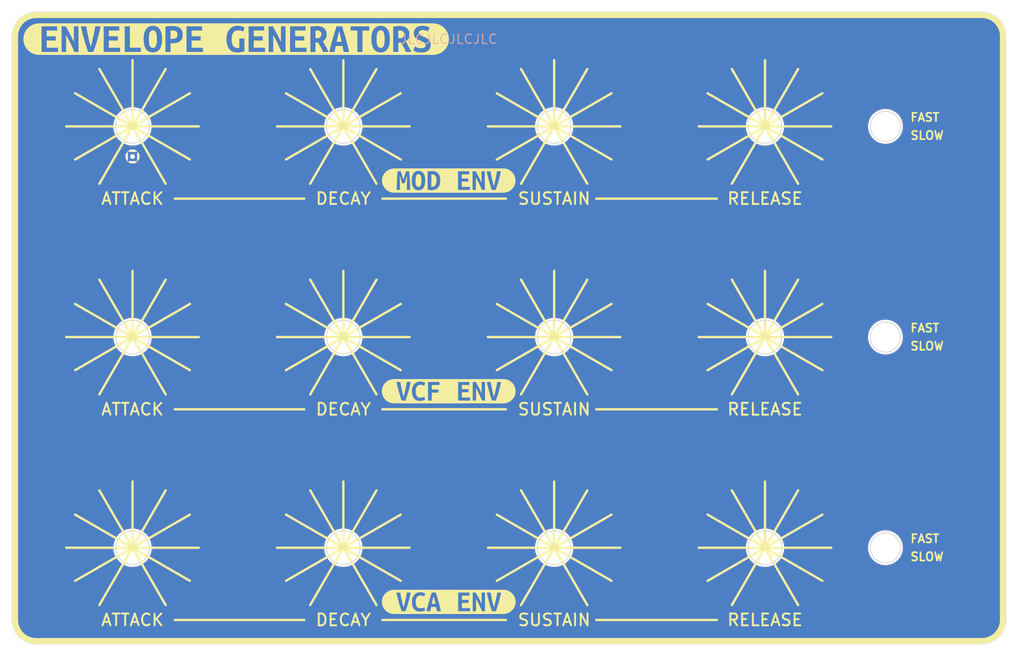
<source format=kicad_pcb>
(kicad_pcb (version 20211014) (generator pcbnew)
  (title_block (title "Josh Ox Ribbon Synth ADSR panel") (date "2022-07-13") (rev "0") (comment 2 "creativecommons.org.licences/by.4.0") (comment 3 "license: CC by 4.0") (comment 4 "Author: Jordan Aceto"))
  (layers (0 "F.Cu" signal) (31 "B.Cu" signal) (34 "B.Paste" user) (35 "F.Paste" user) (36 "B.SilkS" user "B.Silkscreen") (37 "F.SilkS" user "F.Silkscreen") (38 "B.Mask" user) (39 "F.Mask" user "footprints") (44 "Edge.Cuts" user))
  (net 0 "")
  (net 1 "GND")
  (footprint "TestPoint:TestPoint_Keystone_5000-5004_Miniature" (layer "F.Cu") (at 62.23 57.785)
    (fp_text reference "TP1" hide)
    (fp_text value "dummy")
    (fp_circle (center 0 0) (end 1.4 0) (layer "F.SilkS") (width 0.15) (fill none))
    (pad "1" thru_hole circle (at 0 0) (size 2 2) (drill 1) (layers *.Cu *.Mask) (net 1 "GND"))
  )
  (footprint "kibuzzard-62C2EB83" (layer "F.Cu") (at 84.08 33.02)
    (fp_text reference "kibuzzard-62C2EB83" hide)
    (fp_text value "G***" hide)
    (fp_poly (pts (xy 35.461972 -0.995363) (xy 35.396488 -1.366441) (xy 35.200035 -1.624013) (xy 34.896624 -1.774627) (xy 34.510266 -1.824831) (xy 34.361835 -1.820466) (xy 34.18721 -1.798638) (xy 34.18721 -0.174625) (xy 34.422954 -0.174625) (xy 34.896624 -0.228104) (xy 35.217497 -0.388541) (xy 35.461972 -0.995363)) (layer "F.SilkS") (width 0) (fill solid))
    (fp_poly (pts (xy 17.999472 -0.995363) (xy 17.933988 -1.366441) (xy 17.737535 -1.624013) (xy 17.434124 -1.774627) (xy 17.047766 -1.824831) (xy 16.899335 -1.820466) (xy 16.72471 -1.798638) (xy 16.72471 -0.174625) (xy 16.960454 -0.174625) (xy 17.434124 -0.228104) (xy 17.754997 -0.388541) (xy 17.999472 -0.995363)) (layer "F.SilkS") (width 0) (fill solid))
    (fp_poly (pts (xy 29.603304 0) (xy 29.610943 0.380901) (xy 29.633863 0.737791) (xy 29.756101 1.335881) (xy 30.013672 1.737519) (xy 30.458966 1.88595) (xy 30.899894 1.737519) (xy 31.161832 1.331516) (xy 31.284069 0.733425) (xy 31.306989 0.379809) (xy 31.314629 0) (xy 31.306989 -0.380901) (xy 31.284069 -0.737791) (xy 31.161832 -1.335881) (xy 30.90426 -1.737519) (xy 30.458966 -1.88595) (xy 30.013672 -1.737519) (xy 29.756101 -1.331516) (xy 29.633863 -0.733425) (xy 29.610943 -0.379809) (xy 29.603304 0)) (layer "F.SilkS") (width 0) (fill solid))
    (fp_poly (pts (xy -13.302059 -1.824831) (xy -13.568362 -1.820466) (xy -13.834665 -1.798638) (xy -13.834665 -0.052388) (xy -13.398103 -0.052388) (xy -12.94626 -0.103684) (xy -12.621021 -0.257572) (xy -12.424568 -0.53588) (xy -12.359084 -0.960438) (xy -12.423477 -1.363166) (xy -12.616656 -1.628378) (xy -12.916792 -1.775718) (xy -13.302059 -1.824831)) (layer "F.SilkS") (width 0) (fill solid))
    (fp_poly (pts (xy -41.023778 -3.332824) (xy -41.023778 -2.697956) (xy -37.749559 -2.697956) (xy -37.749559 -1.807369) (xy -39.949834 -1.807369) (xy -39.949834 -0.593725) (xy -38.03769 -0.593725) (xy -38.03769 0.296863) (xy -39.949834 0.296863) (xy -39.949834 1.8161) (xy -37.557471 1.8161) (xy -36.806584 2.706688) (xy -36.806584 -2.697956) (xy -35.94219 -2.697956) (xy -35.697715 -2.29741) (xy -35.45324 -1.864122) (xy -35.212039 -1.415554) (xy -34.977387 -0.969169) (xy -34.75474 -0.530423) (xy -34.549556 -0.104775) (xy -34.367291 0.288131) (xy -34.213403 0.62865) (xy -34.213403 -2.697956) (xy -33.244234 -2.697956) (xy -33.244234 2.706688) (xy -34.108628 2.706688) (xy -34.360379 2.107627) (xy -34.626682 1.509536) (xy -34.907537 0.912416) (xy -35.202944 0.315295) (xy -35.512904 -0.282795) (xy -35.837415 -0.881856) (xy -35.837415 2.706688) (xy -36.806584 2.706688) (xy -37.557471 1.8161) (xy -37.557471 2.706688) (xy -41.023778 2.706688) (xy -41.023778 -2.697956) (xy -41.023778 -3.332824) (xy -41.536408 -3.332824) (xy -42.18661 -3.268785) (xy -42.811824 -3.079128) (xy -43.388026 -2.771142) (xy -43.89307 -2.356662) (xy -44.30755 -1.851618) (xy -44.615536 -1.275417) (xy -44.805192 -0.650202) (xy -44.869232 0) (xy -44.805192 0.650202) (xy -44.615536 1.275417) (xy -44.30755 1.851618) (xy -43.89307 2.356662) (xy -43.388026 2.771142) (xy -31.218584 2.706688) (xy -31.434682 2.064941) (xy -31.663878 1.344613) (xy -31.81813 0.838685) (xy -31.966561 0.333728) (xy -32.109171 -0.170259) (xy -32.244021 -0.664545) (xy -32.369169 -1.140398) (xy -32.484615 -1.597819) (xy -32.628681 -2.209006) (xy -32.72909 -2.697956) (xy -31.594028 -2.697956) (xy -31.528543 -2.245023) (xy -31.436865 -1.724422) (xy -31.326633 -1.161256) (xy -31.205487 -0.580628) (xy -31.074518 0.004366) (xy -30.934818 0.580628) (xy -30.791844 1.123057) (xy -30.651053 1.60655) (xy -30.511353 1.129605) (xy -30.371653 0.589359) (xy -30.236318 0.013097) (xy -30.109715 -0.571897) (xy -29.991843 -1.153616) (xy -29.882703 -1.720056) (xy -29.786659 -2.243931) (xy -29.708078 -2.697956) (xy -28.581746 -2.697956) (xy -28.698527 -2.143522) (xy -28.839318 -1.527969) (xy -29.003029 -0.865485) (xy -29.188568 -0.170259) (xy -29.323903 0.307049) (xy -29.467968 0.790178) (xy -29.620765 1.279128) (xy -29.779868 1.765653) (xy -29.942851 2.241506) (xy -30.109715 2.706688) (xy -31.218584 2.706688) (xy -43.388026 2.771142) (xy -42.811824 3.079128) (xy -27.926903 2.706688) (xy -27.926903 -2.697956) (xy -24.652684 -2.697956) (xy -24.652684 -1.807369) (xy -26.852959 -1.807369) (xy -26.852959 -0.593725) (xy -24.940815 -0.593725) (xy -24.940815 0.296863) (xy -26.852959 0.296863) (xy -26.852959 1.8161) (xy -24.460596 1.8161) (xy -24.460596 2.706688) (xy -27.926903 2.706688) (xy -42.811824 3.079128) (xy -42.18661 3.268785) (xy -20.094971 2.706688) (xy -23.491428 2.706688) (xy -23.491428 -2.697956) (xy -22.408753 -2.697956) (xy -22.408753 1.8161) (xy -19.509978 0) (xy -19.477781 -0.655662) (xy -19.381192 -1.225649) (xy -19.220209 -1.709961) (xy -18.994834 -2.108597) (xy -18.606778 -2.503928) (xy -18.12947 -2.741127) (xy -17.562909 -2.820194) (xy -16.978885 -2.741127) (xy -16.495756 -2.503928) (xy -16.113521 -2.108597) (xy -15.895786 -1.709961) (xy -15.74026 -1.225649) (xy -15.646945 -0.655662) (xy -15.61584 0) (xy -15.647491 0.655662) (xy -15.742443 1.225649) (xy -15.900697 1.709961) (xy -16.122253 2.108597) (xy -16.506428 2.503928) (xy -16.983736 2.741127) (xy -17.554178 2.820194) (xy -18.138686 2.741127) (xy -18.623271 2.503928) (xy -19.007931 2.108597) (xy -19.227576 1.709961) (xy -19.384466 1.225649) (xy -19.4786 0.655662) (xy -19.509978 0) (xy -22.408753 1.8161) (xy -20.094971 1.8161) (xy -20.094971 2.706688) (xy -42.18661 3.268785) (xy -41.536408 3.332824) (xy -10.464403 2.706688) (xy -10.464403 -2.697956) (xy -7.190184 -2.697956) (xy -1.648023 -1.703685) (xy -1.36644 -2.104231) (xy -1.023739 -2.417465) (xy -0.624284 -2.641203) (xy -0.181173 -2.775446) (xy 0.292497 -2.820194) (xy 17.047766 -2.759075) (xy 17.488694 -2.732881) (xy 28.057872 -2.697956) (xy 28.057872 -1.807369) (xy 26.634679 -1.807369) (xy 28.511897 0) (xy 28.544094 -0.655662) (xy 28.640683 -1.225649) (xy 28.801666 -1.709961) (xy 29.027041 -2.108597) (xy 29.415097 -2.503928) (xy 29.892405 -2.741127) (xy 30.458966 -2.820194) (xy 31.04299 -2.741127) (xy 31.526119 -2.503928) (xy 33.113266 -2.619375) (xy 33.458151 -2.684859) (xy 33.83796 -2.728516) (xy 34.204672 -2.750344) (xy 34.510266 -2.759075) (xy 34.951194 -2.732881) (xy 35.348466 -2.6543) (xy 35.697716 -2.521148) (xy 35.994579 -2.331244) (xy 36.409313 -1.776809) (xy 36.517362 -1.411188) (xy 36.553379 -0.986631) (xy 36.505357 -0.536972) (xy 36.361291 -0.130969) (xy 36.105902 0.207367) (xy 35.72391 0.454025) (xy 36.038235 0.956072) (xy 36.361291 1.532334) (xy 36.662519 2.134791) (xy 36.91136 2.706688) (xy 35.785029 2.706688) (xy 35.567839 2.192635) (xy 35.317907 1.698228) (xy 35.041781 1.21037) (xy 34.74601 0.715963) (xy 34.18721 0.715963) (xy 34.18721 2.706688) (xy 33.113266 2.706688) (xy 33.113266 -2.619375) (xy 31.526119 -2.503928) (xy 31.908354 -2.108597) (xy 32.126089 -1.709961) (xy 32.281615 -1.225649) (xy 32.37493 -0.655662) (xy 32.406035 0) (xy 32.374384 0.655662) (xy 32.279432 1.225649) (xy 32.121178 1.709961) (xy 31.899622 2.108597) (xy 31.515447 2.503928) (xy 31.038139 2.741127) (xy 30.467697 2.820194) (xy 29.883189 2.741127) (xy 29.398604 2.503928) (xy 29.013944 2.108597) (xy 28.794299 1.709961) (xy 28.637409 1.225649) (xy 28.543275 0.655662) (xy 28.511897 0) (xy 26.634679 -1.807369) (xy 26.634679 2.706688) (xy 25.552004 2.706688) (xy 25.552004 -1.807369) (xy 24.12881 -1.807369) (xy 24.12881 -2.697956) (xy 28.057872 -2.697956) (xy 17.488694 -2.732881) (xy 17.885966 -2.6543) (xy 18.235216 -2.521148) (xy 18.532079 -2.331244) (xy 18.946813 -1.776809) (xy 19.054862 -1.411188) (xy 19.090879 -0.986631) (xy 19.042857 -0.536972) (xy 18.898791 -0.130969) (xy 18.643402 0.207367) (xy 18.26141 0.454025) (xy 18.575735 0.956072) (xy 18.898791 1.532334) (xy 19.200019 2.134791) (xy 19.44886 2.706688) (xy 18.322529 2.706688) (xy 18.105339 2.192635) (xy 17.855407 1.698228) (xy 17.579281 1.21037) (xy 17.28351 0.715963) (xy 16.72471 0.715963) (xy 16.72471 2.706688) (xy 15.650766 2.706688) (xy 15.650766 -2.619375) (xy 15.995651 -2.684859) (xy 16.37546 -2.728516) (xy 16.742172 -2.750344) (xy 17.047766 -2.759075) (xy 0.292497 -2.820194) (xy 0.855663 -2.772172) (xy 1.28786 -2.663031) (xy 1.589088 -2.532063) (xy 1.768079 -2.427288) (xy 1.488679 -1.571625) (xy 1.017191 -1.789906) (xy 0.440929 -1.88595) (xy -0.205184 -1.74625) (xy -0.637381 -1.357709) (xy -0.881856 -0.763984) (xy -0.937517 -0.400546) (xy -0.956071 0) (xy -0.922116 0.589359) (xy -0.820252 1.065213) (xy -0.650478 1.427559) (xy -0.272851 1.771352) (xy 0.248841 1.88595) (xy 0.458391 1.877219) (xy 0.667941 1.851025) (xy 0.667941 -0.122238) (xy 1.741885 -0.122238) (xy 1.741885 2.575719) (xy 2.632472 2.706688) (xy 2.632472 -2.697956) (xy 5.906691 -2.697956) (xy 5.906691 -1.807369) (xy 3.706416 -1.807369) (xy 3.706416 -0.593725) (xy 5.61856 -0.593725) (xy 5.61856 0.296863) (xy 3.706416 0.296863) (xy 3.706416 1.8161) (xy 6.098779 1.8161) (xy 6.098779 2.706688) (xy 2.632472 2.706688) (xy 1.741885 2.575719) (xy 1.143794 2.732881) (xy 0.695226 2.798366) (xy 0.161529 2.820194) (xy -0.319782 2.775446) (xy -0.750887 2.641203) (xy -1.127422 2.418556) (xy -1.445021 2.108597) (xy -1.70041 1.711325) (xy -1.890315 1.226741) (xy -2.008187 0.655935) (xy -2.047478 0) (xy -2.001639 -0.649387) (xy -1.864121 -1.218009) (xy -1.648023 -1.703685) (xy -7.190184 -2.697956) (xy -7.190184 -1.807369) (xy -9.390459 -1.807369) (xy -9.390459 -0.593725) (xy -7.478315 -0.593725) (xy -7.478315 0.296863) (xy -9.390459 0.296863) (xy -9.390459 1.8161) (xy -6.998096 1.8161) (xy -6.998096 2.706688) (xy -10.464403 2.706688) (xy -41.536408 3.332824) (xy -41.023778 3.332824) (xy 9.547622 2.706688) (xy 9.295871 2.107627) (xy 9.029568 1.509536) (xy 8.748713 0.912416) (xy 8.453306 0.315295) (xy 8.143346 -0.282795) (xy 7.818835 -0.881856) (xy 7.818835 2.706688) (xy 6.849666 2.706688) (xy 6.849666 -2.697956) (xy 7.71406 -2.697956) (xy 7.958535 -2.29741) (xy 8.20301 -1.864122) (xy 8.444211 -1.415554) (xy 8.678863 -0.969169) (xy 8.90151 -0.530423) (xy 9.106694 -0.104775) (xy 9.288959 0.288131) (xy 9.442847 0.62865) (xy 9.442847 -2.697956) (xy 10.412016 -2.697956) (xy 10.412016 2.706688) (xy 9.547622 2.706688) (xy -41.023778 3.332824) (xy 41.023779 3.332824) (xy 11.363722 2.706688) (xy 11.363722 -2.697956) (xy 14.637941 -2.697956) (xy 14.637941 -1.807369) (xy 12.437666 -1.807369) (xy 12.437666 -0.593725) (xy 14.34981 -0.593725) (xy 14.34981 0.296863) (xy 12.437666 0.296863) (xy 12.437666 1.8161) (xy 14.830029 1.8161) (xy 14.830029 2.706688) (xy 11.363722 2.706688) (xy 41.023779 3.332824) (xy 41.536409 3.332824) (xy 22.679422 2.706688) (xy 22.426216 1.458119) (xy 20.98556 1.458119) (xy 20.741085 2.706688) (xy 19.623485 2.706688) (xy 19.777504 2.078911) (xy 19.932222 1.473835) (xy 20.087638 0.891461) (xy 20.243753 0.331788) (xy 20.400566 -0.205184) (xy 20.595382 -0.853753) (xy 20.786924 -1.485404) (xy 20.975192 -2.100138) (xy 21.160185 -2.697956) (xy 22.330172 -2.697956) (xy 22.521987 -2.095227) (xy 22.713256 -1.47449) (xy 22.903979 -0.835744) (xy 23.094157 -0.178991) (xy 23.245207 0.362522) (xy 23.394512 0.921845) (xy 23.54207 1.498981) (xy 23.687882 2.093928) (xy 23.831947 2.706688) (xy 22.679422 2.706688) (xy 41.536409 3.332824) (xy 42.18661 3.268784) (xy 40.530463 2.405459) (xy 40.144833 2.635867) (xy 39.645696 2.774112) (xy 39.033054 2.820194) (xy 38.428415 2.784177) (xy 37.95911 2.676128) (xy 37.356654 2.409825) (xy 37.670979 1.5367) (xy 38.234144 1.798638) (xy 38.597583 1.890316) (xy 39.033054 1.920875) (xy 39.482713 1.864122) (xy 39.766479 1.706959) (xy 39.910544 1.479947) (xy 39.949835 1.222375) (xy 39.853791 0.925513) (xy 39.609316 0.694134) (xy 39.277529 0.510778) (xy 38.910816 0.357981) (xy 38.404404 0.157163) (xy 37.928551 -0.130969) (xy 37.574935 -0.563166) (xy 37.435235 -1.204913) (xy 37.558564 -1.881584) (xy 37.928551 -2.392363) (xy 38.298659 -2.630047) (xy 38.751228 -2.772657) (xy 39.28626 -2.820194) (xy 39.75229 -2.791817) (xy 40.155019 -2.706688) (xy 40.779304 -2.453481) (xy 40.464979 -1.624013) (xy 39.980394 -1.833563) (xy 39.364841 -1.920875) (xy 38.889473 -1.851995) (xy 38.604252 -1.645356) (xy 38.509179 -1.300956) (xy 38.596491 -1.025922) (xy 38.819138 -0.816372) (xy 39.124732 -0.654844) (xy 39.460885 -0.523875) (xy 39.989126 -0.309959) (xy 40.495538 0.004366) (xy 40.875347 0.493316) (xy 40.986671 0.824012) (xy 41.023779 1.231106) (xy 40.90045 1.904504) (xy 40.530463 2.405459) (xy 42.18661 3.268784) (xy 42.811825 3.079128) (xy 43.388026 2.771141) (xy 43.893071 2.356662) (xy 44.30755 1.851617) (xy 44.615536 1.275416) (xy 44.805193 0.650202) (xy 44.869232 0) (xy 44.805193 -0.650202) (xy 44.615536 -1.275416) (xy 44.30755 -1.851617) (xy 43.893071 -2.356662) (xy 43.388026 -2.771141) (xy 42.811825 -3.079128) (xy -13.424296 -2.759075) (xy -12.788855 -2.712023) (xy -12.256249 -2.570868) (xy -11.826478 -2.335609) (xy -11.511182 -1.993635) (xy -11.322005 -1.532334) (xy -11.258946 -0.951706) (xy -11.32249 -0.365257) (xy -11.513123 0.101865) (xy -11.830843 0.449659) (xy -12.26498 0.689769) (xy -12.804863 0.833834) (xy -13.45049 0.881856) (xy -13.834665 0.881856) (xy -13.834665 2.706688) (xy -14.908609 2.706688) (xy -14.908609 -2.628106) (xy -14.554993 -2.689225) (xy -14.157721 -2.728516) (xy -13.764815 -2.750344) (xy -13.424296 -2.759075) (xy 42.811825 -3.079128) (xy 42.18661 -3.268784) (xy 41.536409 -3.332824) (xy 41.023779 -3.332824) (xy -41.023778 -3.332824)) (layer "F.SilkS") (width 0) (fill solid))
    (fp_poly (pts (xy 21.718985 -1.650206) (xy 21.557457 -1.069578) (xy 21.417757 -0.528241) (xy 21.295519 0.008731) (xy 21.186379 0.567531) (xy 22.24286 0.567531) (xy 22.138085 0.008731) (xy 22.020213 -0.528241) (xy 21.880513 -1.069578) (xy 21.718985 -1.650206)) (layer "F.SilkS") (width 0) (fill solid))
    (fp_poly (pts (xy -18.418571 0) (xy -18.410932 0.380901) (xy -18.388012 0.737791) (xy -18.265774 1.335881) (xy -18.008203 1.737519) (xy -17.562909 1.88595) (xy -17.121981 1.737519) (xy -16.860043 1.331516) (xy -16.737806 0.733425) (xy -16.714886 0.379809) (xy -16.707246 0) (xy -16.714886 -0.380901) (xy -16.737806 -0.737791) (xy -16.860043 -1.335881) (xy -17.117615 -1.737519) (xy -17.562909 -1.88595) (xy -18.008203 -1.737519) (xy -18.265774 -1.331516) (xy -18.388012 -0.733425) (xy -18.410932 -0.379809) (xy -18.418571 0)) (layer "F.SilkS") (width 0) (fill solid))
  )
  (footprint "kibuzzard-62C2EACB" (layer "F.Cu") (at 128.905 62.865)
    (fp_text reference "kibuzzard-62C2EACB" hide)
    (fp_text value "G***" hide)
    (fp_poly (pts (xy -3.673475 1.3335) (xy -3.603625 1.33985) (xy -3.533775 1.33985) (xy -3.0861 1.23825) (xy -2.794 0.95885) (xy -2.63525 0.536575) (xy -2.599532 0.280194) (xy -2.587625 0) (xy -2.625725 -0.4953) (xy -2.759075 -0.92075) (xy -3.019425 -1.216025) (xy -3.444875 -1.32715) (xy -3.559175 -1.323975) (xy -3.673475 -1.3081) (xy -3.673475 1.3335)) (layer "F.SilkS") (width 0) (fill solid))
    (fp_poly (pts (xy -11.001375 -2.56368) (xy -10.125075 -1.96215) (xy -10.01395 -1.61925) (xy -9.871075 -1.1684) (xy -9.718675 -0.67945) (xy -9.572625 -0.22225) (xy -9.413875 -0.708025) (xy -9.255125 -1.190625) (xy -9.115425 -1.6256) (xy -9.001125 -1.96215) (xy -8.353425 -1.96215) (xy -8.309769 -1.45415) (xy -8.2677 -0.95885) (xy -8.2296 -0.472281) (xy -7.800975 0) (xy -7.77756 -0.476845) (xy -7.707313 -0.891381) (xy -7.590235 -1.243608) (xy -7.426325 -1.533525) (xy -7.144103 -1.821039) (xy -6.79697 -1.993547) (xy -6.384925 -2.05105) (xy -5.960181 -1.993547) (xy -5.608814 -1.821039) (xy -5.330825 -1.533525) (xy -5.172472 -1.243608) (xy -5.059363 -0.891381) (xy -4.454525 1.92405) (xy -4.454525 -1.91135) (xy -3.952875 -1.98755) (xy -3.514725 -2.0066) (xy -3.144044 -1.978025) (xy -2.8067 -1.8923) (xy -2.510632 -1.745456) (xy -2.263775 -1.533525) (xy -2.066132 -1.255713) (xy -1.9177 -0.911225) (xy -1.824832 -0.494506) (xy -1.793875 0) (xy -1.828007 0.505619) (xy -1.9304 0.930275) (xy -2.093119 1.278731) (xy -2.308225 1.55575) (xy -2.572544 1.764506) (xy -2.8829 1.908175) (xy -3.232944 1.991519) (xy -3.616325 2.0193) (xy -4.0259 1.997075) (xy -4.454525 1.92405) (xy -5.059363 -0.891381) (xy -4.991497 -0.476845) (xy -4.968875 0) (xy -4.991894 0.476845) (xy -5.06095 0.891381) (xy -5.176044 1.243608) (xy -5.337175 1.533525) (xy -5.616575 1.821039) (xy -5.963709 1.993547) (xy -6.378575 2.05105) (xy -6.803673 1.993547) (xy -7.156098 1.821039) (xy -7.43585 1.533525) (xy -7.595593 1.243608) (xy -7.709694 0.891381) (xy -7.778155 0.476845) (xy -7.800975 0) (xy -8.2296 -0.472281) (xy -8.19785 0.009525) (xy -8.171657 0.490538) (xy -8.150225 0.974725) (xy -8.132763 1.466056) (xy -8.118475 1.9685) (xy -8.836025 1.9685) (xy -8.797925 -1.08585) (xy -9.280525 0.57785) (xy -9.852025 0.57785) (xy -10.315575 -1.08585) (xy -10.283825 1.9685) (xy -11.001375 1.9685) (xy -10.981532 1.476375) (xy -10.9601 0.9652) (xy -10.937082 0.446088) (xy -10.912475 -0.06985) (xy -10.884694 -0.576263) (xy -10.85215 -1.0668) (xy -10.814844 -1.531938) (xy -10.772775 -1.96215) (xy -10.125075 -1.96215) (xy -11.001375 -2.56368) (xy -11.514006 -2.56368) (xy -12.014155 -2.51442) (xy -12.495083 -2.368531) (xy -12.93831 -2.131622) (xy -13.326801 -1.812795) (xy -13.645627 -1.424304) (xy -13.882537 -0.981078) (xy -14.028425 -0.500149) (xy -14.077685 0) (xy -14.028425 0.500149) (xy -13.882537 0.981078) (xy -13.645627 1.424304) (xy -13.326801 1.812795) (xy -12.93831 2.131622) (xy 1.952625 1.9685) (xy 1.952625 -1.96215) (xy 4.333875 -1.96215) (xy 4.333875 -1.31445) (xy 2.733675 -1.31445) (xy 2.733675 -0.4318) (xy 4.124325 -0.4318) (xy 4.124325 0.2159) (xy 2.733675 0.2159) (xy 2.733675 1.3208) (xy 4.473575 1.3208) (xy 4.473575 1.9685) (xy 1.952625 1.9685) (xy -12.93831 2.131622) (xy -12.495083 2.368531) (xy 6.981825 1.9685) (xy 6.798733 1.532819) (xy 6.605058 1.097844) (xy 6.4008 0.663575) (xy 6.185958 0.229306) (xy 5.960533 -0.205669) (xy 5.724525 -0.64135) (xy 5.724525 1.9685) (xy 5.019675 1.9685) (xy 5.019675 -1.96215) (xy 5.648325 -1.96215) (xy 5.826125 -1.670844) (xy 6.003925 -1.355725) (xy 6.179343 -1.029494) (xy 6.35 -0.70485) (xy 6.511925 -0.385763) (xy 6.66115 -0.0762) (xy 6.793706 0.20955) (xy 6.905625 0.4572) (xy 6.905625 -1.96215) (xy 7.610475 -1.96215) (xy 7.610475 1.9685) (xy 6.981825 1.9685) (xy -12.495083 2.368531) (xy -12.014155 2.51442) (xy 9.083675 1.9685) (xy 8.926512 1.501775) (xy 8.759825 0.9779) (xy 8.647641 0.609953) (xy 8.539691 0.242711) (xy 8.435975 -0.123825) (xy 8.337902 -0.483306) (xy 8.246886 -0.829381) (xy 8.162925 -1.16205) (xy 8.05815 -1.60655) (xy 7.985125 -1.96215) (xy 8.810625 -1.96215) (xy 8.85825 -1.632744) (xy 8.924925 -1.254125) (xy 9.005093 -0.84455) (xy 9.0932 -0.422275) (xy 9.18845 0.003175) (xy 9.29005 0.422275) (xy 9.394031 0.816769) (xy 9.496425 1.1684) (xy 9.598025 0.821531) (xy 9.699625 0.428625) (xy 9.79805 0.009525) (xy 9.890125 -0.415925) (xy 9.97585 -0.838994) (xy 10.055225 -1.25095) (xy 10.125075 -1.63195) (xy 10.182225 -1.96215) (xy 11.001375 -1.96215) (xy 10.916443 -1.558925) (xy 10.81405 -1.11125) (xy 10.694987 -0.629444) (xy 10.56005 -0.123825) (xy 10.461625 0.223308) (xy 10.35685 0.574675) (xy 10.245725 0.930275) (xy 10.130013 1.284111) (xy 10.01148 1.630186) (xy 9.890125 1.9685) (xy 9.083675 1.9685) (xy -12.014155 2.51442) (xy -11.514006 2.56368) (xy -11.001375 2.56368) (xy 11.001375 2.56368) (xy 11.514005 2.56368) (xy 12.014154 2.51442) (xy 12.495083 2.368532) (xy 12.938309 2.131622) (xy 13.3268 1.812796) (xy 13.645627 1.424304) (xy 13.882536 0.981078) (xy 14.028425 0.500149) (xy 14.077685 0) (xy 14.028425 -0.500149) (xy 13.882536 -0.981078) (xy 13.645627 -1.424304) (xy 13.3268 -1.812796) (xy 12.938309 -2.131622) (xy 12.495083 -2.368532) (xy 12.014154 -2.51442) (xy 11.514005 -2.56368) (xy 11.001375 -2.56368) (xy -11.001375 -2.56368)) (layer "F.SilkS") (width 0) (fill solid))
    (fp_poly (pts (xy -7.007225 0) (xy -7.001669 0.277019) (xy -6.985 0.536575) (xy -6.8961 0.97155) (xy -6.708775 1.26365) (xy -6.384925 1.3716) (xy -6.06425 1.26365) (xy -5.87375 0.968375) (xy -5.78485 0.5334) (xy -5.768182 0.276225) (xy -5.762625 0) (xy -5.768182 -0.277019) (xy -5.78485 -0.536575) (xy -5.87375 -0.97155) (xy -6.061075 -1.26365) (xy -6.384925 -1.3716) (xy -6.708775 -1.26365) (xy -6.8961 -0.968375) (xy -6.985 -0.5334) (xy -7.001669 -0.276225) (xy -7.007225 0)) (layer "F.SilkS") (width 0) (fill solid))
  )
  (footprint "kibuzzard-62C2EAD8" (layer "F.Cu") (at 128.905 107.315)
    (fp_text reference "kibuzzard-62C2EAD8" hide)
    (fp_text value "G***" hide)
    (fp_poly (pts (xy -11.033125 -2.56368) (xy -11.033125 -1.96215) (xy -10.207625 -1.96215) (xy -10.16 -1.632744) (xy -10.093325 -1.254125) (xy -10.013157 -0.84455) (xy -9.92505 -0.422275) (xy -9.8298 0.003175) (xy -9.7282 0.422275) (xy -9.624219 0.816769) (xy -9.521825 1.1684) (xy -9.420225 0.821531) (xy -9.318625 0.428625) (xy -9.2202 0.009525) (xy -9.128125 -0.415925) (xy -9.0424 -0.838994) (xy -8.963025 -1.25095) (xy -8.893175 -1.63195) (xy -8.836025 -1.96215) (xy -8.016875 -1.96215) (xy -8.101807 -1.558925) (xy -8.2042 -1.11125) (xy -8.323263 -0.629444) (xy -8.4582 -0.123825) (xy -7.659688 0.871538) (xy -7.741841 0.463947) (xy -7.769225 0) (xy -7.735888 -0.461963) (xy -7.635875 -0.86995) (xy -7.476332 -1.221581) (xy -7.2644 -1.514475) (xy -7.00405 -1.74625) (xy -6.69925 -1.914525) (xy -6.357144 -2.016919) (xy -5.984875 -2.05105) (xy -5.60705 -2.016125) (xy -5.311775 -1.93675) (xy -5.09905 -1.8415) (xy -4.968875 -1.7653) (xy -5.172075 -1.143) (xy -5.5245 -1.304925) (xy -5.997575 -1.3716) (xy -6.35635 -1.304925) (xy -6.6675 -1.082675) (xy -6.88975 -0.66675) (xy -6.954044 -0.37465) (xy -6.975475 -0.01905) (xy -6.949723 0.394758) (xy -6.872464 0.738717) (xy -6.7437 1.012825) (xy -6.438107 1.281906) (xy -5.984875 1.3716) (xy -5.48005 1.30175) (xy -5.159375 1.16205) (xy -4.962525 1.778) (xy -4.365625 1.9685) (xy -4.365625 -1.96215) (xy -1.958975 -1.96215) (xy -1.958975 -1.31445) (xy -3.584575 -1.31445) (xy -3.584575 -0.36195) (xy -2.162175 -0.36195) (xy -2.162175 0.28575) (xy -3.584575 0.28575) (xy -3.584575 1.9685) (xy -4.365625 1.9685) (xy -4.962525 1.778) (xy -5.4102 1.965325) (xy -5.714207 2.029619) (xy -6.061075 2.05105) (xy -6.571898 1.991783) (xy -6.995231 1.813983) (xy -7.331075 1.51765) (xy -7.522766 1.222772) (xy -7.659688 0.871538) (xy -8.4582 -0.123825) (xy -8.556625 0.223308) (xy -8.6614 0.574675) (xy -8.772525 0.930275) (xy -8.888237 1.284111) (xy -9.00677 1.630186) (xy -9.128125 1.9685) (xy -9.934575 1.9685) (xy -10.091738 1.501775) (xy -10.258425 0.9779) (xy -10.370609 0.609953) (xy -10.478559 0.242711) (xy -10.582275 -0.123825) (xy -10.680348 -0.483306) (xy -10.771364 -0.829381) (xy -10.855325 -1.16205) (xy -10.9601 -1.60655) (xy -11.033125 -1.96215) (xy -11.033125 -2.56368) (xy -11.545756 -2.56368) (xy -12.045905 -2.51442) (xy -12.526833 -2.368531) (xy -12.97006 -2.131622) (xy -13.358551 -1.812795) (xy -13.677377 -1.424304) (xy -13.914287 -0.981078) (xy -14.060175 -0.500149) (xy -14.109435 0) (xy -14.060175 0.500149) (xy -13.914287 0.981078) (xy -13.677377 1.424304) (xy -13.358551 1.812795) (xy -12.97006 2.131622) (xy 1.984375 1.9685) (xy 1.984375 -1.96215) (xy 4.365625 -1.96215) (xy 4.365625 -1.31445) (xy 2.765425 -1.31445) (xy 2.765425 -0.4318) (xy 4.156075 -0.4318) (xy 4.156075 0.2159) (xy 2.765425 0.2159) (xy 2.765425 1.3208) (xy 4.505325 1.3208) (xy 4.505325 1.9685) (xy 1.984375 1.9685) (xy -12.97006 2.131622) (xy -12.526833 2.368531) (xy 7.013575 1.9685) (xy 6.830483 1.532819) (xy 6.636808 1.097844) (xy 6.43255 0.663575) (xy 6.217708 0.229306) (xy 5.992283 -0.205669) (xy 5.756275 -0.64135) (xy 5.756275 1.9685) (xy 5.051425 1.9685) (xy 5.051425 -1.96215) (xy 5.680075 -1.96215) (xy 5.857875 -1.670844) (xy 6.035675 -1.355725) (xy 6.211093 -1.029494) (xy 6.38175 -0.70485) (xy 6.543675 -0.385763) (xy 6.6929 -0.0762) (xy 6.825456 0.20955) (xy 6.937375 0.4572) (xy 6.937375 -1.96215) (xy 7.642225 -1.96215) (xy 7.642225 1.9685) (xy 7.013575 1.9685) (xy -12.526833 2.368531) (xy -12.045905 2.51442) (xy 9.115425 1.9685) (xy 8.958262 1.501775) (xy 8.791575 0.9779) (xy 8.679391 0.609953) (xy 8.571441 0.242711) (xy 8.467725 -0.123825) (xy 8.369652 -0.483306) (xy 8.278636 -0.829381) (xy 8.194675 -1.16205) (xy 8.0899 -1.60655) (xy 8.016875 -1.96215) (xy 8.842375 -1.96215) (xy 8.89 -1.632744) (xy 8.956675 -1.254125) (xy 9.036843 -0.84455) (xy 9.12495 -0.422275) (xy 9.2202 0.003175) (xy 9.3218 0.422275) (xy 9.425781 0.816769) (xy 9.528175 1.1684) (xy 9.629775 0.821531) (xy 9.731375 0.428625) (xy 9.8298 0.009525) (xy 9.921875 -0.415925) (xy 10.0076 -0.838994) (xy 10.086975 -1.25095) (xy 10.156825 -1.63195) (xy 10.213975 -1.96215) (xy 11.033125 -1.96215) (xy 10.948193 -1.558925) (xy 10.8458 -1.11125) (xy 10.726737 -0.629444) (xy 10.5918 -0.123825) (xy 10.493375 0.223308) (xy 10.3886 0.574675) (xy 10.277475 0.930275) (xy 10.161763 1.284111) (xy 10.04323 1.630186) (xy 9.921875 1.9685) (xy 9.115425 1.9685) (xy -12.045905 2.51442) (xy -11.545756 2.56368) (xy -11.033125 2.56368) (xy 11.033125 2.56368) (xy 11.545755 2.56368) (xy 12.045904 2.51442) (xy 12.526833 2.368532) (xy 12.970059 2.131622) (xy 13.35855 1.812796) (xy 13.677377 1.424304) (xy 13.914286 0.981078) (xy 14.060175 0.500149) (xy 14.109435 0) (xy 14.060175 -0.500149) (xy 13.914286 -0.981078) (xy 13.677377 -1.424304) (xy 13.35855 -1.812796) (xy 12.970059 -2.131622) (xy 12.526833 -2.368532) (xy 12.045904 -2.51442) (xy 11.545755 -2.56368) (xy 11.033125 -2.56368) (xy -11.033125 -2.56368)) (layer "F.SilkS") (width 0) (fill solid))
  )
  (footprint "kibuzzard-62C2EAEC" (layer "F.Cu") (at 128.905 151.765)
    (fp_text reference "kibuzzard-62C2EAEC" hide)
    (fp_text value "G***" hide)
    (fp_poly (pts (xy -11.033125 -2.56368) (xy -11.033125 -1.96215) (xy -10.207625 -1.96215) (xy -10.16 -1.632744) (xy -10.093325 -1.254125) (xy -10.013157 -0.84455) (xy -9.92505 -0.422275) (xy -9.8298 0.003175) (xy -9.7282 0.422275) (xy -9.624219 0.816769) (xy -9.521825 1.1684) (xy -9.420225 0.821531) (xy -9.318625 0.428625) (xy -9.2202 0.009525) (xy -9.128125 -0.415925) (xy -9.0424 -0.838994) (xy -8.963025 -1.25095) (xy -8.893175 -1.63195) (xy -8.836025 -1.96215) (xy -8.016875 -1.96215) (xy -8.101807 -1.558925) (xy -8.2042 -1.11125) (xy -8.323263 -0.629444) (xy -8.4582 -0.123825) (xy -7.659688 0.871538) (xy -7.741841 0.463947) (xy -7.769225 0) (xy -7.735888 -0.461963) (xy -7.635875 -0.86995) (xy -7.476332 -1.221581) (xy -7.2644 -1.514475) (xy -7.00405 -1.74625) (xy -6.69925 -1.914525) (xy -6.357144 -2.016919) (xy -5.984875 -2.05105) (xy -5.60705 -2.016125) (xy -5.311775 -1.93675) (xy -5.09905 -1.8415) (xy -4.968875 -1.7653) (xy -5.172075 -1.143) (xy -5.5245 -1.304925) (xy -5.997575 -1.3716) (xy -6.35635 -1.304925) (xy -6.6675 -1.082675) (xy -6.88975 -0.66675) (xy -6.954044 -0.37465) (xy -6.975475 -0.01905) (xy -4.483989 1.07188) (xy -4.370959 0.648335) (xy -4.257421 0.2413) (xy -4.143375 -0.149225) (xy -4.001691 -0.620911) (xy -3.862388 -1.080294) (xy -3.725466 -1.527373) (xy -3.590925 -1.96215) (xy -2.740025 -1.96215) (xy -2.600524 -1.523802) (xy -2.461419 -1.072356) (xy -2.322711 -0.607814) (xy -2.1844 -0.130175) (xy -2.074545 0.263652) (xy -1.96596 0.670433) (xy 1.984375 1.9685) (xy 1.984375 -1.96215) (xy 4.365625 -1.96215) (xy 4.365625 -1.31445) (xy 2.765425 -1.31445) (xy 2.765425 -0.4318) (xy 4.156075 -0.4318) (xy 4.156075 0.2159) (xy 2.765425 0.2159) (xy 2.765425 1.3208) (xy 4.505325 1.3208) (xy 4.505325 1.9685) (xy 1.984375 1.9685) (xy -1.96596 0.670433) (xy -1.858645 1.090168) (xy -1.7526 1.522857) (xy -1.647825 1.9685) (xy -2.486025 1.9685) (xy -2.670175 1.06045) (xy -3.717925 1.06045) (xy -3.895725 1.9685) (xy -4.708525 1.9685) (xy -4.596511 1.511935) (xy -4.483989 1.07188) (xy -6.975475 -0.01905) (xy -6.949723 0.394758) (xy -6.872464 0.738717) (xy -6.7437 1.012825) (xy -6.438107 1.281906) (xy -5.984875 1.3716) (xy -5.48005 1.30175) (xy -5.159375 1.16205) (xy -4.962525 1.778) (xy -5.4102 1.965325) (xy -5.714207 2.029619) (xy -6.061075 2.05105) (xy -6.571898 1.991783) (xy -6.995231 1.813983) (xy -7.331075 1.51765) (xy -7.522766 1.222772) (xy -7.659688 0.871538) (xy -8.4582 -0.123825) (xy -8.556625 0.223308) (xy -8.6614 0.574675) (xy -8.772525 0.930275) (xy -8.888237 1.284111) (xy -9.00677 1.630186) (xy -9.128125 1.9685) (xy -9.934575 1.9685) (xy -10.091738 1.501775) (xy -10.258425 0.9779) (xy -10.370609 0.609953) (xy -10.478559 0.242711) (xy -10.582275 -0.123825) (xy -10.680348 -0.483306) (xy -10.771364 -0.829381) (xy -10.855325 -1.16205) (xy -10.9601 -1.60655) (xy -11.033125 -1.96215) (xy -11.033125 -2.56368) (xy -11.545756 -2.56368) (xy -12.045905 -2.51442) (xy -12.526833 -2.368531) (xy -12.97006 -2.131622) (xy -13.358551 -1.812795) (xy -13.677377 -1.424304) (xy -13.914287 -0.981078) (xy -14.060175 -0.500149) (xy -14.109435 0) (xy -14.060175 0.500149) (xy -13.914287 0.981078) (xy -13.677377 1.424304) (xy -13.358551 1.812795) (xy -12.97006 2.131622) (xy 7.013575 1.9685) (xy 6.830483 1.532819) (xy 6.636808 1.097844) (xy 6.43255 0.663575) (xy 6.217708 0.229306) (xy 5.992283 -0.205669) (xy 5.756275 -0.64135) (xy 5.756275 1.9685) (xy 5.051425 1.9685) (xy 5.051425 -1.96215) (xy 5.680075 -1.96215) (xy 5.857875 -1.670844) (xy 6.035675 -1.355725) (xy 6.211093 -1.029494) (xy 6.38175 -0.70485) (xy 6.543675 -0.385763) (xy 6.6929 -0.0762) (xy 6.825456 0.20955) (xy 6.937375 0.4572) (xy 6.937375 -1.96215) (xy 7.642225 -1.96215) (xy 7.642225 1.9685) (xy 7.013575 1.9685) (xy -12.97006 2.131622) (xy -12.526833 2.368531) (xy 9.115425 1.9685) (xy 8.958262 1.501775) (xy 8.791575 0.9779) (xy 8.679391 0.609953) (xy 8.571441 0.242711) (xy 8.467725 -0.123825) (xy 8.369652 -0.483306) (xy 8.278636 -0.829381) (xy 8.194675 -1.16205) (xy 8.0899 -1.60655) (xy 8.016875 -1.96215) (xy 8.842375 -1.96215) (xy 8.89 -1.632744) (xy 8.956675 -1.254125) (xy 9.036843 -0.84455) (xy 9.12495 -0.422275) (xy 9.2202 0.003175) (xy 9.3218 0.422275) (xy 9.425781 0.816769) (xy 9.528175 1.1684) (xy 9.629775 0.821531) (xy 9.731375 0.428625) (xy 9.8298 0.009525) (xy 9.921875 -0.415925) (xy 10.0076 -0.838994) (xy 10.086975 -1.25095) (xy 10.156825 -1.63195) (xy 10.213975 -1.96215) (xy 11.033125 -1.96215) (xy 10.948193 -1.558925) (xy 10.8458 -1.11125) (xy 10.726737 -0.629444) (xy 10.5918 -0.123825) (xy 10.493375 0.223308) (xy 10.3886 0.574675) (xy 10.277475 0.930275) (xy 10.161763 1.284111) (xy 10.04323 1.630186) (xy 9.921875 1.9685) (xy 9.115425 1.9685) (xy -12.526833 2.368531) (xy -12.045905 2.51442) (xy -11.545756 2.56368) (xy -11.033125 2.56368) (xy 11.033125 2.56368) (xy 11.545755 2.56368) (xy 12.045904 2.51442) (xy 12.526833 2.368532) (xy 12.970059 2.131622) (xy 13.35855 1.812796) (xy 13.677377 1.424304) (xy 13.914286 0.981078) (xy 14.060175 0.500149) (xy 14.109435 0) (xy 14.060175 -0.500149) (xy 13.914286 -0.981078) (xy 13.677377 -1.424304) (xy 13.35855 -1.812796) (xy 12.970059 -2.131622) (xy 12.526833 -2.368532) (xy 12.045904 -2.51442) (xy 11.545755 -2.56368) (xy 11.033125 -2.56368) (xy -11.033125 -2.56368)) (layer "F.SilkS") (width 0) (fill solid))
    (fp_poly (pts (xy -3.184525 -1.20015) (xy -3.302 -0.777875) (xy -3.4036 -0.384175) (xy -3.4925 0.00635) (xy -3.571875 0.41275) (xy -2.803525 0.41275) (xy -2.879725 0.00635) (xy -2.96545 -0.384175) (xy -3.06705 -0.777875) (xy -3.184525 -1.20015)) (layer "F.SilkS") (width 0) (fill solid))
  )
  (gr_line (start 114.935 155.575) (end 140.97 155.575) (layer "F.SilkS") (width 0.5))
  (gr_line (start 195.58 140.335) (end 195.58 126.365) (layer "F.SilkS") (width 0.5))
  (gr_line (start 106.68 140.335) (end 106.68 126.365) (layer "F.SilkS") (width 0.5))
  (gr_line (start 151.13 95.885) (end 163.228375 88.9) (layer "F.SilkS") (width 0.5))
  (gr_line (start 41.91 27.94) (end 241.3 27.939999) (layer "F.SilkS") (width 1.27))
  (gr_line (start 195.58 140.335) (end 207.678375 147.32) (layer "F.SilkS") (width 0.5))
  (gr_line (start 106.68 95.885) (end 118.778375 102.87) (layer "F.SilkS") (width 0.5))
  (gr_line (start 62.23 51.435) (end 55.245 39.336625) (layer "F.SilkS") (width 0.5))
  (gr_line (start 151.13 95.885) (end 151.13 81.915) (layer "F.SilkS") (width 0.5))
  (gr_line (start 106.68 140.335) (end 94.581625 133.35) (layer "F.SilkS") (width 0.5))
  (gr_line (start 195.58 140.335) (end 202.565 152.433375) (layer "F.SilkS") (width 0.5))
  (gr_line (start 151.13 51.435) (end 144.145 63.533375) (layer "F.SilkS") (width 0.5))
  (gr_line (start 195.58 95.885) (end 188.595 107.983375) (layer "F.SilkS") (width 0.5))
  (gr_line (start 151.13 95.885) (end 163.228375 102.87) (layer "F.SilkS") (width 0.5))
  (gr_line (start 195.58 51.435) (end 195.58 37.465) (layer "F.SilkS") (width 0.5))
  (gr_line (start 62.23 51.435) (end 69.215 39.336625) (layer "F.SilkS") (width 0.5))
  (gr_line (start 106.68 95.885) (end 106.68 81.915) (layer "F.SilkS") (width 0.5))
  (gr_line (start 151.13 95.885) (end 139.031625 102.87) (layer "F.SilkS") (width 0.5))
  (gr_line (start 106.68 95.885) (end 118.778375 88.9) (layer "F.SilkS") (width 0.5))
  (gr_line (start 195.58 51.435) (end 188.595 39.336625) (layer "F.SilkS") (width 0.5))
  (gr_line (start 160.02 155.575) (end 185.42 155.575) (layer "F.SilkS") (width 0.5))
  (gr_line (start 62.23 95.885) (end 69.215 107.983375) (layer "F.SilkS") (width 0.5))
  (gr_line (start 106.68 140.335) (end 120.65 140.335) (layer "F.SilkS") (width 0.5))
  (gr_line (start 62.23 140.335) (end 48.26 140.335) (layer "F.SilkS") (width 0.5))
  (gr_line (start 151.13 95.885) (end 158.115 107.983375) (layer "F.SilkS") (width 0.5))
  (gr_line (start 195.58 140.335) (end 188.595 152.433375) (layer "F.SilkS") (width 0.5))
  (gr_line (start 151.13 140.335) (end 158.115 152.433375) (layer "F.SilkS") (width 0.5))
  (gr_line (start 62.23 95.885) (end 62.23 81.915) (layer "F.SilkS") (width 0.5))
  (gr_line (start 106.68 95.885) (end 113.665 83.786625) (layer "F.SilkS") (width 0.5))
  (gr_line (start 62.23 140.335) (end 74.328375 133.35) (layer "F.SilkS") (width 0.5))
  (gr_line (start 62.23 95.885) (end 55.245 83.786625) (layer "F.SilkS") (width 0.5))
  (gr_line (start 151.13 95.885) (end 144.145 83.786625) (layer "F.SilkS") (width 0.5))
  (gr_line (start 62.23 140.335) (end 50.131625 147.32) (layer "F.SilkS") (width 0.5))
  (gr_line (start 62.23 95.885) (end 74.328375 88.9) (layer "F.SilkS") (width 0.5))
  (gr_line (start 62.23 51.435) (end 74.328375 44.45) (layer "F.SilkS") (width 0.5))
  (gr_line (start 62.23 140.335) (end 50.131625 133.35) (layer "F.SilkS") (width 0.5))
  (gr_line (start 106.68 140.335) (end 99.695 152.433375) (layer "F.SilkS") (width 0.5))
  (gr_line (start 106.68 140.335) (end 94.581625 147.32) (layer "F.SilkS") (width 0.5))
  (gr_line (start 151.13 51.435) (end 137.16 51.435) (layer "F.SilkS") (width 0.5))
  (gr_line (start 195.58 95.885) (end 181.61 95.885) (layer "F.SilkS") (width 0.5))
  (gr_line (start 151.13 51.435) (end 158.115 39.336625) (layer "F.SilkS") (width 0.5))
  (gr_line (start 106.68 140.335) (end 113.665 128.236625) (layer "F.SilkS") (width 0.5))
  (gr_arc (start 41.91 160.02) (mid 38.76691 158.71809) (end 37.465 155.575) (layer "F.SilkS") (width 1.27))
  (gr_line (start 151.13 140.335) (end 163.228375 133.35) (layer "F.SilkS") (width 0.5))
  (gr_line (start 151.13 51.435) (end 163.228375 58.42) (layer "F.SilkS") (width 0.5))
  (gr_line (start 62.23 140.335) (end 62.23 126.365) (layer "F.SilkS") (width 0.5))
  (gr_line (start 106.68 95.885) (end 94.581625 88.9) (layer "F.SilkS") (width 0.5))
  (gr_line (start 62.23 140.335) (end 69.215 128.236625) (layer "F.SilkS") (width 0.5))
  (gr_line (start 106.68 95.885) (end 120.65 95.885) (layer "F.SilkS") (width 0.5))
  (gr_line (start 62.23 140.335) (end 74.328375 147.32) (layer "F.SilkS") (width 0.5))
  (gr_line (start 62.23 95.885) (end 76.2 95.885) (layer "F.SilkS") (width 0.5))
  (gr_line (start 151.13 51.435) (end 158.115 63.533375) (layer "F.SilkS") (width 0.5))
  (gr_line (start 195.58 51.435) (end 207.678375 58.42) (layer "F.SilkS") (width 0.5))
  (gr_line (start 151.13 140.335) (end 165.1 140.335) (layer "F.SilkS") (width 0.5))
  (gr_line (start 106.68 51.435) (end 118.778375 44.45) (layer "F.SilkS") (width 0.5))
  (gr_line (start 106.68 51.435) (end 94.581625 44.45) (layer "F.SilkS") (width 0.5))
  (gr_line (start 195.58 95.885) (end 207.678375 102.87) (layer "F.SilkS") (width 0.5))
  (gr_line (start 195.58 140.335) (end 202.565 128.236625) (layer "F.SilkS") (width 0.5))
  (gr_line (start 62.23 95.885) (end 48.26 95.885) (layer "F.SilkS") (width 0.5))
  (gr_line (start 151.13 140.335) (end 151.13 126.365) (layer "F.SilkS") (width 0.5))
  (gr_line (start 62.23 51.435) (end 76.2 51.435) (layer "F.SilkS") (width 0.5))
  (gr_line (start 106.68 140.335) (end 99.695 128.236625) (layer "F.SilkS") (width 0.5))
  (gr_line (start 106.68 140.335) (end 118.778375 133.35) (layer "F.SilkS") (width 0.5))
  (gr_line (start 62.23 140.335) (end 76.2 140.335) (layer "F.SilkS") (width 0.5))
  (gr_line (start 151.13 51.435) (end 151.13 37.465) (layer "F.SilkS") (width 0.5))
  (gr_line (start 106.68 95.885) (end 92.71 95.885) (layer "F.SilkS") (width 0.5))
  (gr_line (start 62.23 95.885) (end 74.328375 102.87) (layer "F.SilkS") (width 0.5))
  (gr_line (start 195.58 140.335) (end 207.678375 133.35) (layer "F.SilkS") (width 0.5))
  (gr_line (start 195.58 95.885) (end 202.565 83.786625) (layer "F.SilkS") (width 0.5))
  (gr_line (start 195.58 140.335) (end 188.595 128.236625) (layer "F.SilkS") (width 0.5))
  (gr_line (start 151.13 51.435) (end 163.228375 44.45) (layer "F.SilkS") (width 0.5))
  (gr_line (start 106.68 51.435) (end 94.581625 58.42) (layer "F.SilkS") (width 0.5))
  (gr_line (start 62.23 51.435) (end 50.131625 58.42) (layer "F.SilkS") (width 0.5))
  (gr_line (start 151.13 140.335) (end 139.031625 147.32) (layer "F.SilkS") (width 0.5))
  (gr_line (start 106.68 51.435) (end 106.68 37.465) (layer "F.SilkS") (width 0.5))
  (gr_line (start 151.13 95.885) (end 137.16 95.885) (layer "F.SilkS") (width 0.5))
  (gr_line (start 62.23 95.885) (end 50.131625 102.87) (layer "F.SilkS") (width 0.5))
  (gr_line (start 195.58 51.435) (end 202.565 63.533375) (layer "F.SilkS") (width 0.5))
  (gr_line (start 195.58 95.885) (end 188.595 83.786625) (layer "F.SilkS") (width 0.5))
  (gr_line (start 106.68 51.435) (end 99.695 39.336625) (layer "F.SilkS") (width 0.5))
  (gr_line (start 37.465 155.575) (end 37.465 32.385) (layer "F.SilkS") (width 1.27))
  (gr_line (start 151.13 51.435) (end 165.1 51.435) (layer "F.SilkS") (width 0.5))
  (gr_line (start 62.23 51.435) (end 62.23 37.465) (layer "F.SilkS") (width 0.5))
  (gr_line (start 195.58 95.885) (end 183.481625 88.9) (layer "F.SilkS") (width 0.5))
  (gr_line (start 106.68 95.885) (end 94.581625 102.87) (layer "F.SilkS") (width 0.5))
  (gr_line (start 195.58 140.335) (end 181.61 140.335) (layer "F.SilkS") (width 0.5))
  (gr_line (start 62.23 95.885) (end 69.215 83.786625) (layer "F.SilkS") (width 0.5))
  (gr_line (start 195.58 51.435) (end 207.678375 44.45) (layer "F.SilkS") (width 0.5))
  (gr_line (start 106.68 51.435) (end 113.665 39.336625) (layer "F.SilkS") (width 0.5))
  (gr_line (start 106.68 51.435) (end 99.695 63.533375) (layer "F.SilkS") (width 0.5))
  (gr_line (start 160.02 111.125) (end 185.42 111.125) (layer "F.SilkS") (width 0.5))
  (gr_line (start 71.12 155.575) (end 98.425 155.575) (layer "F.SilkS") (width 0.5))
  (gr_line (start 62.23 140.335) (end 69.215 152.433375) (layer "F.SilkS") (width 0.5))
  (gr_line (start 195.58 95.885) (end 183.481625 102.87) (layer "F.SilkS") (width 0.5))
  (gr_line (start 151.13 140.335) (end 139.031625 133.35) (layer "F.SilkS") (width 0.5))
  (gr_line (start 62.23 140.335) (end 55.245 152.433375) (layer "F.SilkS") (width 0.5))
  (gr_line (start 195.58 140.335) (end 183.481625 133.35) (layer "F.SilkS") (width 0.5))
  (gr_line (start 151.13 95.885) (end 158.115 83.786625) (layer "F.SilkS") (width 0.5))
  (gr_line (start 114.935 111.125) (end 140.97 111.125) (layer "F.SilkS") (width 0.5))
  (gr_line (start 160.02 66.675) (end 185.42 66.675) (layer "F.SilkS") (width 0.5))
  (gr_line (start 106.68 51.435) (end 118.778375 58.42) (layer "F.SilkS") (width 0.5))
  (gr_line (start 106.68 51.435) (end 92.71 51.435) (layer "F.SilkS") (width 0.5))
  (gr_line (start 106.68 95.885) (end 113.665 107.983375) (layer "F.SilkS") (width 0.5))
  (gr_line (start 62.23 51.435) (end 74.328375 58.42) (layer "F.SilkS") (width 0.5))
  (gr_line (start 195.58 51.435) (end 188.595 63.533375) (layer "F.SilkS") (width 0.5))
  (gr_arc (start 37.465 32.385) (mid 38.76691 29.24191) (end 41.91 27.94) (layer "F.SilkS") (width 1.27))
  (gr_line (start 106.68 51.435) (end 113.665 63.533375) (layer "F.SilkS") (width 0.5))
  (gr_arc (start 241.3 27.939999) (mid 244.44309 29.241909) (end 245.745 32.384999) (layer "F.SilkS") (width 1.27))
  (gr_line (start 106.68 95.885) (end 99.695 83.786625) (layer "F.SilkS") (width 0.5))
  (gr_arc (start 245.744999 155.574999) (mid 244.443089 158.718089) (end 241.299999 160.019999) (layer "F.SilkS") (width 1.27))
  (gr_line (start 62.23 95.885) (end 55.245 107.983375) (layer "F.SilkS") (width 0.5))
  (gr_line (start 245.744999 155.574999) (end 245.745 32.384999) (layer "F.SilkS") (width 1.27))
  (gr_line (start 62.23 51.435) (end 55.245 63.533375) (layer "F.SilkS") (width 0.5))
  (gr_line (start 62.23 140.335) (end 55.245 128.236625) (layer "F.SilkS") (width 0.5))
  (gr_line (start 195.58 140.335) (end 183.481625 147.32) (layer "F.SilkS") (width 0.5))
  (gr_line (start 71.12 111.125) (end 98.425 111.125) (layer "F.SilkS") (width 0.5))
  (gr_line (start 151.13 51.435) (end 139.031625 58.42) (layer "F.SilkS") (width 0.5))
  (gr_line (start 195.58 51.435) (end 183.481625 58.42) (layer "F.SilkS") (width 0.5))
  (gr_line (start 106.68 51.435) (end 120.65 51.435) (layer "F.SilkS") (width 0.5))
  (gr_line (start 106.68 140.335) (end 118.778375 147.32) (layer "F.SilkS") (width 0.5))
  (gr_line (start 195.58 95.885) (end 195.58 81.915) (layer "F.SilkS") (width 0.5))
  (gr_line (start 151.13 140.335) (end 137.16 140.335) (layer "F.SilkS") (width 0.5))
  (gr_line (start 62.23 51.435) (end 48.26 51.435) (layer "F.SilkS") (width 0.5))
  (gr_line (start 151.13 140.335) (end 144.145 152.433375) (layer "F.SilkS") (width 0.5))
  (gr_line (start 71.12 66.675) (end 98.425 66.675) (layer "F.SilkS") (width 0.5))
  (gr_line (start 106.68 95.885) (end 99.695 107.983375) (layer "F.SilkS") (width 0.5))
  (gr_line (start 106.68 140.335) (end 92.71 140.335) (layer "F.SilkS") (width 0.5))
  (gr_line (start 151.13 95.885) (end 165.1 95.885) (layer "F.SilkS") (width 0.5))
  (gr_line (start 195.58 95.885) (end 202.565 107.983375) (layer "F.SilkS") (width 0.5))
  (gr_line (start 195.58 51.435) (end 183.481625 44.45) (layer "F.SilkS") (width 0.5))
  (gr_line (start 195.58 51.435) (end 202.565 39.336625) (layer "F.SilkS") (width 0.5))
  (gr_line (start 151.13 95.885) (end 139.031625 88.9) (layer "F.SilkS") (width 0.5))
  (gr_line (start 62.23 51.435) (end 50.131625 44.45) (layer "F.SilkS") (width 0.5))
  (gr_line (start 195.58 51.435) (end 209.55 51.435) (layer "F.SilkS") (width 0.5))
  (gr_line (start 41.91 160.02) (end 241.3 160.019999) (layer "F.SilkS") (width 1.27))
  (gr_line (start 62.23 95.885) (end 50.131625 88.9) (layer "F.SilkS") (width 0.5))
  (gr_line (start 106.68 140.335) (end 113.665 152.433375) (layer "F.SilkS") (width 0.5))
  (gr_line (start 151.13 51.435) (end 139.031625 44.45) (layer "F.SilkS") (width 0.5))
  (gr_line (start 195.58 51.435) (end 181.61 51.435) (layer "F.SilkS") (width 0.5))
  (gr_line (start 151.13 95.885) (end 144.145 107.983375) (layer "F.SilkS") (width 0.5))
  (gr_line (start 151.13 140.335) (end 144.145 128.236625) (layer "F.SilkS") (width 0.5))
  (gr_line (start 151.13 140.335) (end 158.115 128.236625) (layer "F.SilkS") (width 0.5))
  (gr_line (start 114.935 66.675) (end 140.97 66.675) (layer "F.SilkS") (width 0.5))
  (gr_line (start 195.58 95.885) (end 209.55 95.885) (layer "F.SilkS") (width 0.5))
  (gr_line (start 151.13 140.335) (end 163.228375 147.32) (layer "F.SilkS") (width 0.5))
  (gr_line (start 151.13 51.435) (end 144.145 39.336625) (layer "F.SilkS") (width 0.5))
  (gr_line (start 195.58 95.885) (end 207.678375 88.9) (layer "F.SilkS") (width 0.5))
  (gr_line (start 62.23 51.435) (end 69.215 63.533375) (layer "F.SilkS") (width 0.5))
  (gr_line (start 195.58 140.335) (end 209.55 140.335) (layer "F.SilkS") (width 0.5))
  (gr_arc (start 241.300002 27.304998) (mid 244.892104 28.792896) (end 246.380002 32.384998) (layer "Edge.Cuts") (width 0.1))
  (gr_line (start 41.909998 27.304998) (end 241.300002 27.304998) (layer "Edge.Cuts") (width 0.1))
  (gr_arc (start 41.909998 160.655002) (mid 38.317896 159.167104) (end 36.829998 155.575002) (layer "Edge.Cuts") (width 0.1))
  (gr_arc (start 246.380002 155.575002) (mid 244.892104 159.167104) (end 241.300002 160.655002) (layer "Edge.Cuts") (width 0.1))
  (gr_line (start 246.380002 32.384998) (end 246.380002 155.575002) (layer "Edge.Cuts") (width 0.1))
  (gr_circle (center 106.68 140.335) (end 110.23 140.335) (layer "Edge.Cuts") (width 0.15) (fill none))
  (gr_arc (start 36.829998 32.384998) (mid 38.317896 28.792896) (end 41.909998 27.304998) (layer "Edge.Cuts") (width 0.1))
  (gr_circle (center 62.23 51.435) (end 65.78 51.435) (layer "Edge.Cuts") (width 0.15) (fill none))
  (gr_circle (center 62.23 95.885) (end 65.78 95.885) (layer "Edge.Cuts") (width 0.15) (fill none))
  (gr_circle (center 151.13 51.435) (end 154.68 51.435) (layer "Edge.Cuts") (width 0.15) (fill none))
  (gr_circle (center 195.58 51.435) (end 199.13 51.435) (layer "Edge.Cuts") (width 0.15) (fill none))
  (gr_circle (center 195.58 140.335) (end 199.13 140.335) (layer "Edge.Cuts") (width 0.15) (fill none))
  (gr_circle (center 220.98 95.885) (end 224.155 95.885) (layer "Edge.Cuts") (width 0.15) (fill none))
  (gr_circle (center 220.98 51.435) (end 224.155 51.435) (layer "Edge.Cuts") (width 0.15) (fill none))
  (gr_line (start 36.829998 155.575002) (end 36.829998 32.384998) (layer "Edge.Cuts") (width 0.1))
  (gr_line (start 241.300002 160.655002) (end 41.909998 160.655002) (layer "Edge.Cuts") (width 0.1))
  (gr_circle (center 62.23 140.335) (end 65.78 140.335) (layer "Edge.Cuts") (width 0.15) (fill none))
  (gr_circle (center 151.13 140.335) (end 154.68 140.335) (layer "Edge.Cuts") (width 0.15) (fill none))
  (gr_circle (center 195.58 95.885) (end 199.13 95.885) (layer "Edge.Cuts") (width 0.15) (fill none))
  (gr_circle (center 220.98 140.335) (end 224.155 140.335) (layer "Edge.Cuts") (width 0.15) (fill none))
  (gr_circle (center 106.68 95.885) (end 110.23 95.885) (layer "Edge.Cuts") (width 0.15) (fill none))
  (gr_circle (center 151.13 95.885) (end 154.68 95.885) (layer "Edge.Cuts") (width 0.15) (fill none))
  (gr_circle (center 106.68 51.435) (end 110.23 51.435) (layer "Edge.Cuts") (width 0.15) (fill none))
  (gr_text "JLCJLCJLCJLC" (at 128.905 33.02) (layer "B.SilkS") (effects (font (size 2 2) (thickness 0.2))))
  (gr_text "SLOW" (at 226.06 97.79) (layer "F.SilkS") (effects (font (size 1.75 1.75) (thickness 0.35)) (justify left)))
  (gr_text "FAST" (at 226.06 138.43) (layer "F.SilkS") (effects (font (size 1.75 1.75) (thickness 0.35)) (justify left)))
  (gr_text "SUSTAIN" (at 151.13 66.675) (layer "F.SilkS") (effects (font (size 2.5 2.5) (thickness 0.4))))
  (gr_text "ATTACK" (at 62.23 111.125) (layer "F.SilkS") (effects (font (size 2.5 2.5) (thickness 0.4))))
  (gr_text "RELEASE" (at 195.58 66.675) (layer "F.SilkS") (effects (font (size 2.5 2.5) (thickness 0.4))))
  (gr_text "DECAY" (at 106.68 155.575) (layer "F.SilkS") (effects (font (size 2.5 2.5) (thickness 0.4))))
  (gr_text "FAST" (at 226.06 93.98) (layer "F.SilkS") (effects (font (size 1.75 1.75) (thickness 0.35)) (justify left)))
  (gr_text "FAST" (at 226.06 49.53) (layer "F.SilkS") (effects (font (size 1.75 1.75) (thickness 0.35)) (justify left)))
  (gr_text "SUSTAIN" (at 151.13 111.125) (layer "F.SilkS") (effects (font (size 2.5 2.5) (thickness 0.4))))
  (gr_text "SLOW" (at 226.06 142.24) (layer "F.SilkS") (effects (font (size 1.75 1.75) (thickness 0.35)) (justify left)))
  (gr_text "RELEASE" (at 195.58 111.125) (layer "F.SilkS") (effects (font (size 2.5 2.5) (thickness 0.4))))
  (gr_text "SLOW" (at 226.06 53.34) (layer "F.SilkS") (effects (font (size 1.75 1.75) (thickness 0.35)) (justify left)))
  (gr_text "DECAY" (at 106.68 111.125) (layer "F.SilkS") (effects (font (size 2.5 2.5) (thickness 0.4))))
  (gr_text "RELEASE" (at 195.58 155.575) (layer "F.SilkS") (effects (font (size 2.5 2.5) (thickness 0.4))))
  (gr_text "SUSTAIN" (at 151.13 155.575) (layer "F.SilkS") (effects (font (size 2.5 2.5) (thickness 0.4))))
  (gr_text "ATTACK" (at 62.23 155.575) (layer "F.SilkS") (effects (font (size 2.5 2.5) (thickness 0.4))))
  (gr_text "DECAY" (at 106.68 66.675) (layer "F.SilkS") (effects (font (size 2.5 2.5) (thickness 0.4))))
  (gr_text "ATTACK" (at 62.23 66.675) (layer "F.SilkS") (effects (font (size 2.5 2.5) (thickness 0.4))))
  (zone (net 1) (net_name "GND") (layers F&B.Cu) (connect_pads (clearance 0.508)) (min_thickness 0.254) (fill yes (thermal_gap 0.508) (thermal_bridge_width 0.508))
    (polygon (pts (xy 250.19 161.925) (xy 34.29 161.925) (xy 34.29 24.765) (xy 250.19 24.765)))
  )
)
</source>
